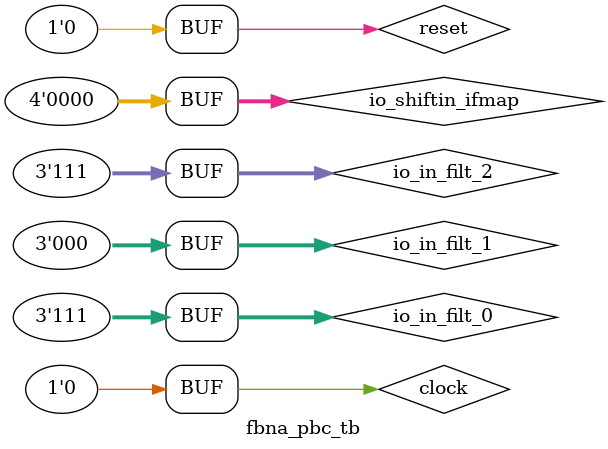
<source format=v>
`timescale 1 ns/10 ps  // time-unit = 1 ns, precision = 10 ps
`include "fbna_pbc.v"

module fbna_pbc_tb; 
    
    reg clock;
    reg reset;
    reg  [3:0] io_shiftin_ifmap;
    reg  [2:0] io_in_filt_0;
    reg  [2:0] io_in_filt_1;
    reg  [2:0] io_in_filt_2;
    wire [1:0] io_out_ofmap;   

    // duration for each bit = 20 * timescale = 20 * 1 ns  = 20ns
    localparam period = 0.5;

    fbna_pbc UUT   (.clock(clock),
                    .reset(reset),
                    .io_shiftin_ifmap(io_shiftin_ifmap),
                    .io_in_filt_0(io_in_filt_0),                                                    
                    .io_in_filt_1(io_in_filt_1),
                    .io_in_filt_2(io_in_filt_2),
                    .io_out_ofmap(io_out_ofmap));

    initial // initial block executes only once
        begin
            $dumpfile("sim.vcd");
            
            //$dumpvars(0, UUT);
            $dumpvars(0,clock);
            $dumpvars(1,reset);
            $dumpvars(2,io_shiftin_ifmap);
            $dumpvars(3,io_in_filt_0);            
            $dumpvars(4,io_in_filt_1);
            $dumpvars(5,io_in_filt_2);            
            $dumpvars(6,io_out_ofmap);

            reset = 1;
            clock = 0;
            #2
            
            reset = 0;
            clock = 0;
            #2
            
            // values for a and b
            clock = 1;
            reset = 0;
            io_shiftin_ifmap = 4'b1111;
            io_in_filt_0 = 3'b111;
            io_in_filt_1 = 3'b111;
            io_in_filt_2 = 3'b111;
            #period; // wait for period

            clock = 0;
            reset = 0;
            #period; // wait for period

            // values for a and b
            clock = 1;
            reset = 0;
            io_shiftin_ifmap = 4'b1101;
            io_in_filt_0 = 3'b111;
            io_in_filt_1 = 3'b111;
            io_in_filt_2 = 3'b111;
            #period; // wait for period

            clock = 0;
            reset = 0;
            #period; // wait for period
            
            // values for a and b
            clock = 1;
            reset = 0;
            io_shiftin_ifmap = 4'b1111;
            io_in_filt_0 = 3'b111;
            io_in_filt_1 = 3'b111;
            io_in_filt_2 = 3'b111;
            #period; // wait for period

            clock = 0;
            reset = 0;
            #period; // wait for period
            
            // values for a and b
            clock = 1;
            reset = 0;
            io_shiftin_ifmap = 4'b1111;
            io_in_filt_0 = 3'b111;
            io_in_filt_1 = 3'b111;
            io_in_filt_2 = 3'b111;
            #period; // wait for period

            clock = 0;
            reset = 0;
            #period; // wait for period            
            
            // values for a and b
            clock = 1;
            reset = 0;
            io_shiftin_ifmap = 4'b1111;
            io_in_filt_0 = 3'b111;
            io_in_filt_1 = 3'b111;
            io_in_filt_2 = 3'b111;
            #period; // wait for period

            clock = 0;
            reset = 0;
            #period; // wait for period     
            
            // values for a and b
            clock = 1;
            reset = 0;
            io_shiftin_ifmap = 4'b1111;
            io_in_filt_0 = 3'b111;
            io_in_filt_1 = 3'b111;
            io_in_filt_2 = 3'b111;
            #period; // wait for period

            clock = 0;
            reset = 0;
            #period; // wait for period     
            
            // values for a and b
            clock = 1;
            reset = 0;
            io_shiftin_ifmap = 4'b1111;
            io_in_filt_0 = 3'b111;
            io_in_filt_1 = 3'b111;
            io_in_filt_2 = 3'b111;
            #period; // wait for period

            clock = 0;
            reset = 0;
            #period; // wait for period     
            
            // values for a and b
            clock = 1;
            reset = 0;
            io_shiftin_ifmap = 4'b1111;
            io_in_filt_0 = 3'b111;
            io_in_filt_1 = 3'b111;
            io_in_filt_2 = 3'b111;
            #period; // wait for period

            clock = 0;
            reset = 0;
            #period; // wait for period     
            
            // values for a and b
            clock = 1;
            reset = 0;
            io_shiftin_ifmap = 4'b1111;
            io_in_filt_0 = 3'b111;
            io_in_filt_1 = 3'b111;
            io_in_filt_2 = 3'b111;
            #period; // wait for period

            clock = 0;
            reset = 0;
            #period; // wait for period     
            
            // values for a and b
            clock = 1;
            reset = 0;
            io_shiftin_ifmap = 4'b1111;
            io_in_filt_0 = 3'b111;
            io_in_filt_1 = 3'b111;
            io_in_filt_2 = 3'b111;
            #period; // wait for period

            clock = 0;
            reset = 0;
            #period; // wait for period     
            
            // values for a and b
            clock = 1;
            reset = 0;
            io_shiftin_ifmap = 4'b1111;
            io_in_filt_0 = 3'b111;
            io_in_filt_1 = 3'b111;
            io_in_filt_2 = 3'b111;
            #period; // wait for period

            clock = 0;
            reset = 0;
            #period; // wait for period     
            
            // values for a and b
            clock = 1;
            reset = 0;
            io_shiftin_ifmap = 4'b1111;
            io_in_filt_0 = 3'b111;
            io_in_filt_1 = 3'b111;
            io_in_filt_2 = 3'b111;
            #period; // wait for period

            clock = 0;
            reset = 0;
            #period; // wait for period                 
            
            // values for a and b
            clock = 1;
            reset = 0;
            io_shiftin_ifmap = 4'b0000;
            io_in_filt_0 = 3'b111;
            io_in_filt_1 = 3'b111;
            io_in_filt_2 = 3'b111;
            #period; // wait for period

            clock = 0;
            reset = 0;
            #period; // wait for period             
            
            // values for a and b
            clock = 1;
            reset = 0;
            io_shiftin_ifmap = 4'b0000;
            io_in_filt_0 = 3'b111;
            io_in_filt_1 = 3'b111;
            io_in_filt_2 = 3'b111;
            #period; // wait for period

            clock = 0;
            reset = 0;
            #period; // wait for period   
            
            // values for a and b
            clock = 1;
            reset = 0;
            io_shiftin_ifmap = 4'b0000;
            io_in_filt_0 = 3'b111;
            io_in_filt_1 = 3'b111;
            io_in_filt_2 = 3'b111;
            #period; // wait for period

            clock = 0;
            reset = 0;
            #period; // wait for period   
            
            // values for a and b
            clock = 1;
            reset = 0;
            io_shiftin_ifmap = 4'b0000;
            io_in_filt_0 = 3'b111;
            io_in_filt_1 = 3'b111;
            io_in_filt_2 = 3'b111;
            #period; // wait for period

            clock = 0;
            reset = 0;
            #period; // wait for period   
            
            // values for a and b
            clock = 1;
            reset = 0;
            io_shiftin_ifmap = 4'b0000;
            io_in_filt_0 = 3'b111;
            io_in_filt_1 = 3'b111;
            io_in_filt_2 = 3'b111;
            #period; // wait for period

            clock = 0;
            reset = 0;
            #period; // wait for period   
            
            // values for a and b
            clock = 1;
            reset = 0;
            io_shiftin_ifmap = 4'b0000;
            io_in_filt_0 = 3'b111;
            io_in_filt_1 = 3'b111;
            io_in_filt_2 = 3'b111;
            #period; // wait for period

            clock = 0;
            reset = 0;
            #period; // wait for period   
            
            // values for a and b
            clock = 1;
            reset = 0;
            io_shiftin_ifmap = 4'b0000;
            io_in_filt_0 = 3'b111;
            io_in_filt_1 = 3'b111;
            io_in_filt_2 = 3'b111;
            #period; // wait for period

            clock = 0;
            reset = 0;
            #period; // wait for period   
            
            // values for a and b
            clock = 1;
            reset = 0;
            io_shiftin_ifmap = 4'b0000;
            io_in_filt_0 = 3'b111;
            io_in_filt_1 = 3'b111;
            io_in_filt_2 = 3'b111;
            #period; // wait for period

            clock = 0;
            reset = 0;
            #period; // wait for period   
            
            // values for a and b
            clock = 1;
            reset = 0;
            io_shiftin_ifmap = 4'b0000;
            io_in_filt_0 = 3'b111;
            io_in_filt_1 = 3'b111;
            io_in_filt_2 = 3'b111;
            #period; // wait for period

            clock = 0;
            reset = 0;
            #period; // wait for period               
            
            // values for a and b
            clock = 1;
            reset = 0;
            io_shiftin_ifmap = 4'b1111;
            io_in_filt_0 = 3'b000;
            io_in_filt_1 = 3'b000;
            io_in_filt_2 = 3'b000;
            #period; // wait for period

            clock = 0;
            reset = 0;
            #period; // wait for period             
            
            // values for a and b
            clock = 1;
            reset = 0;
            io_shiftin_ifmap = 4'b1111;
            io_in_filt_0 = 3'b000;
            io_in_filt_1 = 3'b000;
            io_in_filt_2 = 3'b000;
            #period; // wait for period

            clock = 0;
            reset = 0;
            #period; // wait for period  
            
            // values for a and b
            clock = 1;
            reset = 0;
            io_shiftin_ifmap = 4'b1111;
            io_in_filt_0 = 3'b000;
            io_in_filt_1 = 3'b000;
            io_in_filt_2 = 3'b000;
            #period; // wait for period

            clock = 0;
            reset = 0;
            #period; // wait for period  
            
            // values for a and b
            clock = 1;
            reset = 0;
            io_shiftin_ifmap = 4'b1111;
            io_in_filt_0 = 3'b000;
            io_in_filt_1 = 3'b000;
            io_in_filt_2 = 3'b000;
            #period; // wait for period

            clock = 0;
            reset = 0;
            #period; // wait for period  
            
            // values for a and b
            clock = 1;
            reset = 0;
            io_shiftin_ifmap = 4'b1111;
            io_in_filt_0 = 3'b000;
            io_in_filt_1 = 3'b000;
            io_in_filt_2 = 3'b000;
            #period; // wait for period

            clock = 0;
            reset = 0;
            #period; // wait for period  
            
            // values for a and b
            clock = 1;
            reset = 0;
            io_shiftin_ifmap = 4'b1111;
            io_in_filt_0 = 3'b000;
            io_in_filt_1 = 3'b000;
            io_in_filt_2 = 3'b000;
            #period; // wait for period

            clock = 0;
            reset = 0;
            #period; // wait for period  
            
            // values for a and b
            clock = 1;
            reset = 0;
            io_shiftin_ifmap = 4'b1111;
            io_in_filt_0 = 3'b000;
            io_in_filt_1 = 3'b000;
            io_in_filt_2 = 3'b000;
            #period; // wait for period

            clock = 0;
            reset = 0;
            #period; // wait for period  
            
            // values for a and b
            clock = 1;
            reset = 0;
            io_shiftin_ifmap = 4'b1111;
            io_in_filt_0 = 3'b000;
            io_in_filt_1 = 3'b000;
            io_in_filt_2 = 3'b000;
            #period; // wait for period

            clock = 0;
            reset = 0;
            #period; // wait for period              
            
            // values for a and b
            clock = 1;
            reset = 0;
            io_shiftin_ifmap = 4'b0000;
            io_in_filt_0 = 3'b111;
            io_in_filt_1 = 3'b000;
            io_in_filt_2 = 3'b111;
            #period; // wait for period

            clock = 0;
            reset = 0;
            #period; // wait for period               
            
            // values for a and b
            clock = 1;
            reset = 0;
            io_shiftin_ifmap = 4'b0000;
            io_in_filt_0 = 3'b111;
            io_in_filt_1 = 3'b000;
            io_in_filt_2 = 3'b111;
            #period; // wait for period

            clock = 0;
            reset = 0;
            #period; // wait for period    
            
            // values for a and b
            clock = 1;
            reset = 0;
            io_shiftin_ifmap = 4'b0000;
            io_in_filt_0 = 3'b111;
            io_in_filt_1 = 3'b000;
            io_in_filt_2 = 3'b111;
            #period; // wait for period

            clock = 0;
            reset = 0;
            #period; // wait for period    
            
            // values for a and b
            clock = 1;
            reset = 0;
            io_shiftin_ifmap = 4'b0000;
            io_in_filt_0 = 3'b111;
            io_in_filt_1 = 3'b000;
            io_in_filt_2 = 3'b111;
            #period; // wait for period

            clock = 0;
            reset = 0;
            #period; // wait for period    
            
            // values for a and b
            clock = 1;
            reset = 0;
            io_shiftin_ifmap = 4'b0000;
            io_in_filt_0 = 3'b111;
            io_in_filt_1 = 3'b000;
            io_in_filt_2 = 3'b111;
            #period; // wait for period

            clock = 0;
            reset = 0;
            #period; // wait for period    
            
            // values for a and b
            clock = 1;
            reset = 0;
            io_shiftin_ifmap = 4'b0000;
            io_in_filt_0 = 3'b111;
            io_in_filt_1 = 3'b000;
            io_in_filt_2 = 3'b111;
            #period; // wait for period

            clock = 0;
            reset = 0;
            #period; // wait for period    
            
            // values for a and b
            clock = 1;
            reset = 0;
            io_shiftin_ifmap = 4'b0000;
            io_in_filt_0 = 3'b111;
            io_in_filt_1 = 3'b000;
            io_in_filt_2 = 3'b111;
            #period; // wait for period

            clock = 0;
            reset = 0;
            #period; // wait for period    
            
            // values for a and b
            clock = 1;
            reset = 0;
            io_shiftin_ifmap = 4'b1111;
            io_in_filt_0 = 3'b111;
            io_in_filt_1 = 3'b000;
            io_in_filt_2 = 3'b111;
            #period; // wait for period

            clock = 0;
            reset = 0;
            #period; // wait for period                
            
            // values for a and b
            clock = 1;
            reset = 0;
            io_shiftin_ifmap = 4'b0000;
            io_in_filt_0 = 3'b111;
            io_in_filt_1 = 3'b000;
            io_in_filt_2 = 3'b111;
            #period; // wait for period

            clock = 0;
            reset = 0;
            #period; // wait for period    
            
            // values for a and b
            clock = 1;
            reset = 0;
            io_shiftin_ifmap = 4'b0000;
            io_in_filt_0 = 3'b111;
            io_in_filt_1 = 3'b000;
            io_in_filt_2 = 3'b111;
            #period; // wait for period

            clock = 0;
            reset = 0;
            #period; // wait for period    
            
            // values for a and b
            clock = 1;
            reset = 0;
            io_shiftin_ifmap = 4'b0000;
            io_in_filt_0 = 3'b111;
            io_in_filt_1 = 3'b000;
            io_in_filt_2 = 3'b111;
            #period; // wait for period

            clock = 0;
            reset = 0;
            #period; // wait for period                
            
        end
endmodule

</source>
